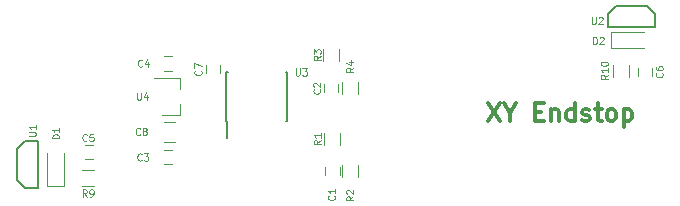
<source format=gbr>
G04 #@! TF.FileFunction,Legend,Top*
%FSLAX46Y46*%
G04 Gerber Fmt 4.6, Leading zero omitted, Abs format (unit mm)*
G04 Created by KiCad (PCBNEW 4.0.2-stable) date 1/4/2018 10:10:38 PM*
%MOMM*%
G01*
G04 APERTURE LIST*
%ADD10C,0.100000*%
%ADD11C,0.300000*%
%ADD12C,0.120000*%
%ADD13C,0.150000*%
G04 APERTURE END LIST*
D10*
D11*
X162357143Y-101778571D02*
X163357143Y-103278571D01*
X163357143Y-101778571D02*
X162357143Y-103278571D01*
X164214285Y-102564286D02*
X164214285Y-103278571D01*
X163714285Y-101778571D02*
X164214285Y-102564286D01*
X164714285Y-101778571D01*
X166357142Y-102492857D02*
X166857142Y-102492857D01*
X167071428Y-103278571D02*
X166357142Y-103278571D01*
X166357142Y-101778571D01*
X167071428Y-101778571D01*
X167714285Y-102278571D02*
X167714285Y-103278571D01*
X167714285Y-102421429D02*
X167785713Y-102350000D01*
X167928571Y-102278571D01*
X168142856Y-102278571D01*
X168285713Y-102350000D01*
X168357142Y-102492857D01*
X168357142Y-103278571D01*
X169714285Y-103278571D02*
X169714285Y-101778571D01*
X169714285Y-103207143D02*
X169571428Y-103278571D01*
X169285714Y-103278571D01*
X169142856Y-103207143D01*
X169071428Y-103135714D01*
X168999999Y-102992857D01*
X168999999Y-102564286D01*
X169071428Y-102421429D01*
X169142856Y-102350000D01*
X169285714Y-102278571D01*
X169571428Y-102278571D01*
X169714285Y-102350000D01*
X170357142Y-103207143D02*
X170499999Y-103278571D01*
X170785714Y-103278571D01*
X170928571Y-103207143D01*
X170999999Y-103064286D01*
X170999999Y-102992857D01*
X170928571Y-102850000D01*
X170785714Y-102778571D01*
X170571428Y-102778571D01*
X170428571Y-102707143D01*
X170357142Y-102564286D01*
X170357142Y-102492857D01*
X170428571Y-102350000D01*
X170571428Y-102278571D01*
X170785714Y-102278571D01*
X170928571Y-102350000D01*
X171428571Y-102278571D02*
X172000000Y-102278571D01*
X171642857Y-101778571D02*
X171642857Y-103064286D01*
X171714285Y-103207143D01*
X171857143Y-103278571D01*
X172000000Y-103278571D01*
X172714286Y-103278571D02*
X172571428Y-103207143D01*
X172500000Y-103135714D01*
X172428571Y-102992857D01*
X172428571Y-102564286D01*
X172500000Y-102421429D01*
X172571428Y-102350000D01*
X172714286Y-102278571D01*
X172928571Y-102278571D01*
X173071428Y-102350000D01*
X173142857Y-102421429D01*
X173214286Y-102564286D01*
X173214286Y-102992857D01*
X173142857Y-103135714D01*
X173071428Y-103207143D01*
X172928571Y-103278571D01*
X172714286Y-103278571D01*
X173857143Y-102278571D02*
X173857143Y-103778571D01*
X173857143Y-102350000D02*
X174000000Y-102278571D01*
X174285714Y-102278571D01*
X174428571Y-102350000D01*
X174500000Y-102421429D01*
X174571429Y-102564286D01*
X174571429Y-102992857D01*
X174500000Y-103135714D01*
X174428571Y-103207143D01*
X174285714Y-103278571D01*
X174000000Y-103278571D01*
X173857143Y-103207143D01*
D12*
X128922200Y-106505800D02*
X128222200Y-106505800D01*
X128222200Y-105305800D02*
X128922200Y-105305800D01*
X129008000Y-108770200D02*
X128008000Y-108770200D01*
X128008000Y-107410200D02*
X129008000Y-107410200D01*
X148600000Y-107850000D02*
X148600000Y-107150000D01*
X149800000Y-107150000D02*
X149800000Y-107850000D01*
X148500000Y-100850000D02*
X148500000Y-100150000D01*
X149700000Y-100150000D02*
X149700000Y-100850000D01*
X134950000Y-105700000D02*
X135650000Y-105700000D01*
X135650000Y-106900000D02*
X134950000Y-106900000D01*
X134950000Y-97800000D02*
X135650000Y-97800000D01*
X135650000Y-99000000D02*
X134950000Y-99000000D01*
X149880000Y-104300000D02*
X149880000Y-105300000D01*
X148520000Y-105300000D02*
X148520000Y-104300000D01*
X150020000Y-108000000D02*
X150020000Y-107000000D01*
X151380000Y-107000000D02*
X151380000Y-108000000D01*
X149780000Y-97200000D02*
X149780000Y-98200000D01*
X148420000Y-98200000D02*
X148420000Y-97200000D01*
X150020000Y-101000000D02*
X150020000Y-100000000D01*
X151380000Y-100000000D02*
X151380000Y-101000000D01*
X172938400Y-99522400D02*
X172938400Y-98522400D01*
X174298400Y-98522400D02*
X174298400Y-99522400D01*
D13*
X122500000Y-105680000D02*
X122500000Y-108280000D01*
X124300000Y-108980000D02*
X123200000Y-108980000D01*
X122500000Y-108280000D02*
X123200000Y-108980000D01*
X124300000Y-104980000D02*
X123200000Y-104980000D01*
X123200000Y-104980000D02*
X122500000Y-105680000D01*
X124300000Y-106980000D02*
X124300000Y-108980000D01*
X124300000Y-106980000D02*
X124300000Y-104980000D01*
X175800000Y-93500000D02*
X173200000Y-93500000D01*
X172500000Y-95300000D02*
X172500000Y-94200000D01*
X173200000Y-93500000D02*
X172500000Y-94200000D01*
X176500000Y-95300000D02*
X176500000Y-94200000D01*
X176500000Y-94200000D02*
X175800000Y-93500000D01*
X174500000Y-95300000D02*
X172500000Y-95300000D01*
X174500000Y-95300000D02*
X176500000Y-95300000D01*
X140225000Y-103275000D02*
X140275000Y-103275000D01*
X140225000Y-99125000D02*
X140370000Y-99125000D01*
X145375000Y-99125000D02*
X145230000Y-99125000D01*
X145375000Y-103275000D02*
X145230000Y-103275000D01*
X140225000Y-103275000D02*
X140225000Y-99125000D01*
X145375000Y-103275000D02*
X145375000Y-99125000D01*
X140275000Y-103275000D02*
X140275000Y-104675000D01*
D12*
X136260000Y-102780000D02*
X136260000Y-101850000D01*
X136260000Y-99620000D02*
X136260000Y-100550000D01*
X136260000Y-99620000D02*
X134100000Y-99620000D01*
X136260000Y-102780000D02*
X134800000Y-102780000D01*
X175050400Y-99474000D02*
X175050400Y-98774000D01*
X176250400Y-98774000D02*
X176250400Y-99474000D01*
X138500000Y-99250000D02*
X138500000Y-98550000D01*
X139700000Y-98550000D02*
X139700000Y-99250000D01*
X134900000Y-105050000D02*
X135900000Y-105050000D01*
X135900000Y-103350000D02*
X134900000Y-103350000D01*
X125050000Y-108800000D02*
X126450000Y-108800000D01*
X126450000Y-108800000D02*
X126450000Y-106000000D01*
X125050000Y-108800000D02*
X125050000Y-106000000D01*
X172758200Y-95731600D02*
X172758200Y-97131600D01*
X172758200Y-97131600D02*
X175558200Y-97131600D01*
X172758200Y-95731600D02*
X175558200Y-95731600D01*
X128400000Y-104914286D02*
X128371429Y-104942857D01*
X128285715Y-104971429D01*
X128228572Y-104971429D01*
X128142857Y-104942857D01*
X128085715Y-104885714D01*
X128057143Y-104828571D01*
X128028572Y-104714286D01*
X128028572Y-104628571D01*
X128057143Y-104514286D01*
X128085715Y-104457143D01*
X128142857Y-104400000D01*
X128228572Y-104371429D01*
X128285715Y-104371429D01*
X128371429Y-104400000D01*
X128400000Y-104428571D01*
X128942857Y-104371429D02*
X128657143Y-104371429D01*
X128628572Y-104657143D01*
X128657143Y-104628571D01*
X128714286Y-104600000D01*
X128857143Y-104600000D01*
X128914286Y-104628571D01*
X128942857Y-104657143D01*
X128971429Y-104714286D01*
X128971429Y-104857143D01*
X128942857Y-104914286D01*
X128914286Y-104942857D01*
X128857143Y-104971429D01*
X128714286Y-104971429D01*
X128657143Y-104942857D01*
X128628572Y-104914286D01*
X128400000Y-109671429D02*
X128200000Y-109385714D01*
X128057143Y-109671429D02*
X128057143Y-109071429D01*
X128285715Y-109071429D01*
X128342857Y-109100000D01*
X128371429Y-109128571D01*
X128400000Y-109185714D01*
X128400000Y-109271429D01*
X128371429Y-109328571D01*
X128342857Y-109357143D01*
X128285715Y-109385714D01*
X128057143Y-109385714D01*
X128685715Y-109671429D02*
X128800000Y-109671429D01*
X128857143Y-109642857D01*
X128885715Y-109614286D01*
X128942857Y-109528571D01*
X128971429Y-109414286D01*
X128971429Y-109185714D01*
X128942857Y-109128571D01*
X128914286Y-109100000D01*
X128857143Y-109071429D01*
X128742857Y-109071429D01*
X128685715Y-109100000D01*
X128657143Y-109128571D01*
X128628572Y-109185714D01*
X128628572Y-109328571D01*
X128657143Y-109385714D01*
X128685715Y-109414286D01*
X128742857Y-109442857D01*
X128857143Y-109442857D01*
X128914286Y-109414286D01*
X128942857Y-109385714D01*
X128971429Y-109328571D01*
X149364286Y-109600000D02*
X149392857Y-109628571D01*
X149421429Y-109714285D01*
X149421429Y-109771428D01*
X149392857Y-109857143D01*
X149335714Y-109914285D01*
X149278571Y-109942857D01*
X149164286Y-109971428D01*
X149078571Y-109971428D01*
X148964286Y-109942857D01*
X148907143Y-109914285D01*
X148850000Y-109857143D01*
X148821429Y-109771428D01*
X148821429Y-109714285D01*
X148850000Y-109628571D01*
X148878571Y-109600000D01*
X149421429Y-109028571D02*
X149421429Y-109371428D01*
X149421429Y-109200000D02*
X148821429Y-109200000D01*
X148907143Y-109257143D01*
X148964286Y-109314285D01*
X148992857Y-109371428D01*
X148114286Y-100600000D02*
X148142857Y-100628571D01*
X148171429Y-100714285D01*
X148171429Y-100771428D01*
X148142857Y-100857143D01*
X148085714Y-100914285D01*
X148028571Y-100942857D01*
X147914286Y-100971428D01*
X147828571Y-100971428D01*
X147714286Y-100942857D01*
X147657143Y-100914285D01*
X147600000Y-100857143D01*
X147571429Y-100771428D01*
X147571429Y-100714285D01*
X147600000Y-100628571D01*
X147628571Y-100600000D01*
X147628571Y-100371428D02*
X147600000Y-100342857D01*
X147571429Y-100285714D01*
X147571429Y-100142857D01*
X147600000Y-100085714D01*
X147628571Y-100057143D01*
X147685714Y-100028571D01*
X147742857Y-100028571D01*
X147828571Y-100057143D01*
X148171429Y-100400000D01*
X148171429Y-100028571D01*
X133050000Y-106564286D02*
X133021429Y-106592857D01*
X132935715Y-106621429D01*
X132878572Y-106621429D01*
X132792857Y-106592857D01*
X132735715Y-106535714D01*
X132707143Y-106478571D01*
X132678572Y-106364286D01*
X132678572Y-106278571D01*
X132707143Y-106164286D01*
X132735715Y-106107143D01*
X132792857Y-106050000D01*
X132878572Y-106021429D01*
X132935715Y-106021429D01*
X133021429Y-106050000D01*
X133050000Y-106078571D01*
X133250000Y-106021429D02*
X133621429Y-106021429D01*
X133421429Y-106250000D01*
X133507143Y-106250000D01*
X133564286Y-106278571D01*
X133592857Y-106307143D01*
X133621429Y-106364286D01*
X133621429Y-106507143D01*
X133592857Y-106564286D01*
X133564286Y-106592857D01*
X133507143Y-106621429D01*
X133335715Y-106621429D01*
X133278572Y-106592857D01*
X133250000Y-106564286D01*
X133100000Y-98614286D02*
X133071429Y-98642857D01*
X132985715Y-98671429D01*
X132928572Y-98671429D01*
X132842857Y-98642857D01*
X132785715Y-98585714D01*
X132757143Y-98528571D01*
X132728572Y-98414286D01*
X132728572Y-98328571D01*
X132757143Y-98214286D01*
X132785715Y-98157143D01*
X132842857Y-98100000D01*
X132928572Y-98071429D01*
X132985715Y-98071429D01*
X133071429Y-98100000D01*
X133100000Y-98128571D01*
X133614286Y-98271429D02*
X133614286Y-98671429D01*
X133471429Y-98042857D02*
X133328572Y-98471429D01*
X133700000Y-98471429D01*
X148221429Y-104900000D02*
X147935714Y-105100000D01*
X148221429Y-105242857D02*
X147621429Y-105242857D01*
X147621429Y-105014285D01*
X147650000Y-104957143D01*
X147678571Y-104928571D01*
X147735714Y-104900000D01*
X147821429Y-104900000D01*
X147878571Y-104928571D01*
X147907143Y-104957143D01*
X147935714Y-105014285D01*
X147935714Y-105242857D01*
X148221429Y-104328571D02*
X148221429Y-104671428D01*
X148221429Y-104500000D02*
X147621429Y-104500000D01*
X147707143Y-104557143D01*
X147764286Y-104614285D01*
X147792857Y-104671428D01*
X150971429Y-109650000D02*
X150685714Y-109850000D01*
X150971429Y-109992857D02*
X150371429Y-109992857D01*
X150371429Y-109764285D01*
X150400000Y-109707143D01*
X150428571Y-109678571D01*
X150485714Y-109650000D01*
X150571429Y-109650000D01*
X150628571Y-109678571D01*
X150657143Y-109707143D01*
X150685714Y-109764285D01*
X150685714Y-109992857D01*
X150428571Y-109421428D02*
X150400000Y-109392857D01*
X150371429Y-109335714D01*
X150371429Y-109192857D01*
X150400000Y-109135714D01*
X150428571Y-109107143D01*
X150485714Y-109078571D01*
X150542857Y-109078571D01*
X150628571Y-109107143D01*
X150971429Y-109450000D01*
X150971429Y-109078571D01*
X148201429Y-97770000D02*
X147915714Y-97970000D01*
X148201429Y-98112857D02*
X147601429Y-98112857D01*
X147601429Y-97884285D01*
X147630000Y-97827143D01*
X147658571Y-97798571D01*
X147715714Y-97770000D01*
X147801429Y-97770000D01*
X147858571Y-97798571D01*
X147887143Y-97827143D01*
X147915714Y-97884285D01*
X147915714Y-98112857D01*
X147601429Y-97570000D02*
X147601429Y-97198571D01*
X147830000Y-97398571D01*
X147830000Y-97312857D01*
X147858571Y-97255714D01*
X147887143Y-97227143D01*
X147944286Y-97198571D01*
X148087143Y-97198571D01*
X148144286Y-97227143D01*
X148172857Y-97255714D01*
X148201429Y-97312857D01*
X148201429Y-97484285D01*
X148172857Y-97541428D01*
X148144286Y-97570000D01*
X150971429Y-98750000D02*
X150685714Y-98950000D01*
X150971429Y-99092857D02*
X150371429Y-99092857D01*
X150371429Y-98864285D01*
X150400000Y-98807143D01*
X150428571Y-98778571D01*
X150485714Y-98750000D01*
X150571429Y-98750000D01*
X150628571Y-98778571D01*
X150657143Y-98807143D01*
X150685714Y-98864285D01*
X150685714Y-99092857D01*
X150571429Y-98235714D02*
X150971429Y-98235714D01*
X150342857Y-98378571D02*
X150771429Y-98521428D01*
X150771429Y-98150000D01*
X172521429Y-99385715D02*
X172235714Y-99585715D01*
X172521429Y-99728572D02*
X171921429Y-99728572D01*
X171921429Y-99500000D01*
X171950000Y-99442858D01*
X171978571Y-99414286D01*
X172035714Y-99385715D01*
X172121429Y-99385715D01*
X172178571Y-99414286D01*
X172207143Y-99442858D01*
X172235714Y-99500000D01*
X172235714Y-99728572D01*
X172521429Y-98814286D02*
X172521429Y-99157143D01*
X172521429Y-98985715D02*
X171921429Y-98985715D01*
X172007143Y-99042858D01*
X172064286Y-99100000D01*
X172092857Y-99157143D01*
X171921429Y-98442857D02*
X171921429Y-98385714D01*
X171950000Y-98328571D01*
X171978571Y-98300000D01*
X172035714Y-98271429D01*
X172150000Y-98242857D01*
X172292857Y-98242857D01*
X172407143Y-98271429D01*
X172464286Y-98300000D01*
X172492857Y-98328571D01*
X172521429Y-98385714D01*
X172521429Y-98442857D01*
X172492857Y-98500000D01*
X172464286Y-98528571D01*
X172407143Y-98557143D01*
X172292857Y-98585714D01*
X172150000Y-98585714D01*
X172035714Y-98557143D01*
X171978571Y-98528571D01*
X171950000Y-98500000D01*
X171921429Y-98442857D01*
X123471429Y-104557143D02*
X123957143Y-104557143D01*
X124014286Y-104528571D01*
X124042857Y-104500000D01*
X124071429Y-104442857D01*
X124071429Y-104328571D01*
X124042857Y-104271429D01*
X124014286Y-104242857D01*
X123957143Y-104214286D01*
X123471429Y-104214286D01*
X124071429Y-103614286D02*
X124071429Y-103957143D01*
X124071429Y-103785715D02*
X123471429Y-103785715D01*
X123557143Y-103842858D01*
X123614286Y-103900000D01*
X123642857Y-103957143D01*
X171142857Y-94471429D02*
X171142857Y-94957143D01*
X171171429Y-95014286D01*
X171200000Y-95042857D01*
X171257143Y-95071429D01*
X171371429Y-95071429D01*
X171428571Y-95042857D01*
X171457143Y-95014286D01*
X171485714Y-94957143D01*
X171485714Y-94471429D01*
X171742857Y-94528571D02*
X171771428Y-94500000D01*
X171828571Y-94471429D01*
X171971428Y-94471429D01*
X172028571Y-94500000D01*
X172057142Y-94528571D01*
X172085714Y-94585714D01*
X172085714Y-94642857D01*
X172057142Y-94728571D01*
X171714285Y-95071429D01*
X172085714Y-95071429D01*
X146092857Y-98821429D02*
X146092857Y-99307143D01*
X146121429Y-99364286D01*
X146150000Y-99392857D01*
X146207143Y-99421429D01*
X146321429Y-99421429D01*
X146378571Y-99392857D01*
X146407143Y-99364286D01*
X146435714Y-99307143D01*
X146435714Y-98821429D01*
X146664285Y-98821429D02*
X147035714Y-98821429D01*
X146835714Y-99050000D01*
X146921428Y-99050000D01*
X146978571Y-99078571D01*
X147007142Y-99107143D01*
X147035714Y-99164286D01*
X147035714Y-99307143D01*
X147007142Y-99364286D01*
X146978571Y-99392857D01*
X146921428Y-99421429D01*
X146750000Y-99421429D01*
X146692857Y-99392857D01*
X146664285Y-99364286D01*
X132642857Y-100871429D02*
X132642857Y-101357143D01*
X132671429Y-101414286D01*
X132700000Y-101442857D01*
X132757143Y-101471429D01*
X132871429Y-101471429D01*
X132928571Y-101442857D01*
X132957143Y-101414286D01*
X132985714Y-101357143D01*
X132985714Y-100871429D01*
X133528571Y-101071429D02*
X133528571Y-101471429D01*
X133385714Y-100842857D02*
X133242857Y-101271429D01*
X133614285Y-101271429D01*
X177114286Y-99200000D02*
X177142857Y-99228571D01*
X177171429Y-99314285D01*
X177171429Y-99371428D01*
X177142857Y-99457143D01*
X177085714Y-99514285D01*
X177028571Y-99542857D01*
X176914286Y-99571428D01*
X176828571Y-99571428D01*
X176714286Y-99542857D01*
X176657143Y-99514285D01*
X176600000Y-99457143D01*
X176571429Y-99371428D01*
X176571429Y-99314285D01*
X176600000Y-99228571D01*
X176628571Y-99200000D01*
X176571429Y-98685714D02*
X176571429Y-98800000D01*
X176600000Y-98857143D01*
X176628571Y-98885714D01*
X176714286Y-98942857D01*
X176828571Y-98971428D01*
X177057143Y-98971428D01*
X177114286Y-98942857D01*
X177142857Y-98914285D01*
X177171429Y-98857143D01*
X177171429Y-98742857D01*
X177142857Y-98685714D01*
X177114286Y-98657143D01*
X177057143Y-98628571D01*
X176914286Y-98628571D01*
X176857143Y-98657143D01*
X176828571Y-98685714D01*
X176800000Y-98742857D01*
X176800000Y-98857143D01*
X176828571Y-98914285D01*
X176857143Y-98942857D01*
X176914286Y-98971428D01*
X138064286Y-99000000D02*
X138092857Y-99028571D01*
X138121429Y-99114285D01*
X138121429Y-99171428D01*
X138092857Y-99257143D01*
X138035714Y-99314285D01*
X137978571Y-99342857D01*
X137864286Y-99371428D01*
X137778571Y-99371428D01*
X137664286Y-99342857D01*
X137607143Y-99314285D01*
X137550000Y-99257143D01*
X137521429Y-99171428D01*
X137521429Y-99114285D01*
X137550000Y-99028571D01*
X137578571Y-99000000D01*
X137521429Y-98800000D02*
X137521429Y-98400000D01*
X138121429Y-98657143D01*
X132900000Y-104414286D02*
X132871429Y-104442857D01*
X132785715Y-104471429D01*
X132728572Y-104471429D01*
X132642857Y-104442857D01*
X132585715Y-104385714D01*
X132557143Y-104328571D01*
X132528572Y-104214286D01*
X132528572Y-104128571D01*
X132557143Y-104014286D01*
X132585715Y-103957143D01*
X132642857Y-103900000D01*
X132728572Y-103871429D01*
X132785715Y-103871429D01*
X132871429Y-103900000D01*
X132900000Y-103928571D01*
X133242857Y-104128571D02*
X133185715Y-104100000D01*
X133157143Y-104071429D01*
X133128572Y-104014286D01*
X133128572Y-103985714D01*
X133157143Y-103928571D01*
X133185715Y-103900000D01*
X133242857Y-103871429D01*
X133357143Y-103871429D01*
X133414286Y-103900000D01*
X133442857Y-103928571D01*
X133471429Y-103985714D01*
X133471429Y-104014286D01*
X133442857Y-104071429D01*
X133414286Y-104100000D01*
X133357143Y-104128571D01*
X133242857Y-104128571D01*
X133185715Y-104157143D01*
X133157143Y-104185714D01*
X133128572Y-104242857D01*
X133128572Y-104357143D01*
X133157143Y-104414286D01*
X133185715Y-104442857D01*
X133242857Y-104471429D01*
X133357143Y-104471429D01*
X133414286Y-104442857D01*
X133442857Y-104414286D01*
X133471429Y-104357143D01*
X133471429Y-104242857D01*
X133442857Y-104185714D01*
X133414286Y-104157143D01*
X133357143Y-104128571D01*
X126071429Y-104742857D02*
X125471429Y-104742857D01*
X125471429Y-104600000D01*
X125500000Y-104514285D01*
X125557143Y-104457143D01*
X125614286Y-104428571D01*
X125728571Y-104400000D01*
X125814286Y-104400000D01*
X125928571Y-104428571D01*
X125985714Y-104457143D01*
X126042857Y-104514285D01*
X126071429Y-104600000D01*
X126071429Y-104742857D01*
X126071429Y-103828571D02*
X126071429Y-104171428D01*
X126071429Y-104000000D02*
X125471429Y-104000000D01*
X125557143Y-104057143D01*
X125614286Y-104114285D01*
X125642857Y-104171428D01*
X171257143Y-96771429D02*
X171257143Y-96171429D01*
X171400000Y-96171429D01*
X171485715Y-96200000D01*
X171542857Y-96257143D01*
X171571429Y-96314286D01*
X171600000Y-96428571D01*
X171600000Y-96514286D01*
X171571429Y-96628571D01*
X171542857Y-96685714D01*
X171485715Y-96742857D01*
X171400000Y-96771429D01*
X171257143Y-96771429D01*
X171828572Y-96228571D02*
X171857143Y-96200000D01*
X171914286Y-96171429D01*
X172057143Y-96171429D01*
X172114286Y-96200000D01*
X172142857Y-96228571D01*
X172171429Y-96285714D01*
X172171429Y-96342857D01*
X172142857Y-96428571D01*
X171800000Y-96771429D01*
X172171429Y-96771429D01*
M02*

</source>
